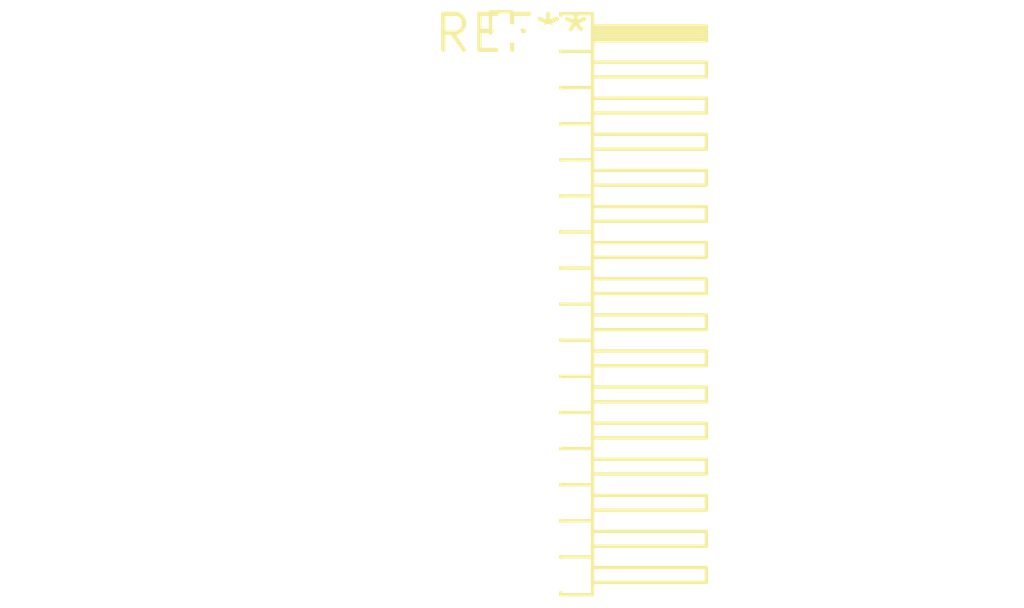
<source format=kicad_pcb>
(kicad_pcb (version 20240108) (generator pcbnew)
  (layers (0 "F.Cu" signal) (31 "B.Cu" signal) (34 "B.Paste" user) (35 "F.Paste" user) (36 "B.SilkS" user "B.Silkscreen") (37 "F.SilkS" user "F.Silkscreen") (38 "B.Mask" user) (39 "F.Mask" user) (44 "Edge.Cuts" user))
  (net 0 "")
  (footprint "PinHeader_2x16_P1.27mm_Horizontal" (layer "F.Cu") (at 0 0)
    (property "Reference" "REF**")
    (property "Value" "PinHeader_2x16_P1.27mm_Horizontal")
    (fp_line (start -0.76 -0.76) (end 0 -0.76) (layer "F.SilkS") (stroke (width 0.12)))
    (fp_line (start -0.76 0) (end -0.76 -0.76) (layer "F.SilkS") (stroke (width 0.12)))
    (fp_line (start 1.71 -0.695) (end 2.83 -0.695) (layer "F.SilkS") (stroke (width 0.12)))
    (fp_line (start 1.71 -0.619677) (end 1.71 -0.695) (layer "F.SilkS") (stroke (width 0.12)))
    (fp_line (start 1.71 0.619677) (end 1.71 0.650323) (layer "F.SilkS") (stroke (width 0.12)))
    (fp_line (start 1.71 0.635) (end 2.83 0.635) (layer "F.SilkS") (stroke (width 0.12)))
    (fp_line (start 1.71 1.889677) (end 1.71 1.920323) (layer "F.SilkS") (stroke (width 0.12)))
    (fp_line (start 1.71 1.905) (end 2.83 1.905) (layer "F.SilkS") (stroke (width 0.12)))
    (fp_line (start 1.71 3.159677) (end 1.71 3.190323) (layer "F.SilkS") (stroke (width 0.12)))
    (fp_line (start 1.71 3.175) (end 2.83 3.175) (layer "F.SilkS") (stroke (width 0.12)))
    (fp_line (start 1.71 4.429677) (end 1.71 4.460323) (layer "F.SilkS") (stroke (width 0.12)))
    (fp_line (start 1.71 4.445) (end 2.83 4.445) (layer "F.SilkS") (stroke (width 0.12)))
    (fp_line (start 1.71 5.699677) (end 1.71 5.730323) (layer "F.SilkS") (stroke (width 0.12)))
    (fp_line (start 1.71 5.715) (end 2.83 5.715) (layer "F.SilkS") (stroke (width 0.12)))
    (fp_line (start 1.71 6.969677) (end 1.71 7.000323) (layer "F.SilkS") (stroke (width 0.12)))
    (fp_line (start 1.71 6.985) (end 2.83 6.985) (layer "F.SilkS") (stroke (width 0.12)))
    (fp_line (start 1.71 8.239677) (end 1.71 8.270323) (layer "F.SilkS") (stroke (width 0.12)))
    (fp_line (start 1.71 8.255) (end 2.83 8.255) (layer "F.SilkS") (stroke (width 0.12)))
    (fp_line (start 1.71 9.509677) (end 1.71 9.540323) (layer "F.SilkS") (stroke (width 0.12)))
    (fp_line (start 1.71 9.525) (end 2.83 9.525) (layer "F.SilkS") (stroke (width 0.12)))
    (fp_line (start 1.71 10.779677) (end 1.71 10.810323) (layer "F.SilkS") (stroke (width 0.12)))
    (fp_line (start 1.71 10.795) (end 2.83 10.795) (layer "F.SilkS") (stroke (width 0.12)))
    (fp_line (start 1.71 12.049677) (end 1.71 12.080323) (layer "F.SilkS") (stroke (width 0.12)))
    (fp_line (start 1.71 12.065) (end 2.83 12.065) (layer "F.SilkS") (stroke (width 0.12)))
    (fp_line (start 1.71 13.319677) (end 1.71 13.350323) (layer "F.SilkS") (stroke (width 0.12)))
    (fp_line (start 1.71 13.335) (end 2.83 13.335) (layer "F.SilkS") (stroke (width 0.12)))
    (fp_line (start 1.71 14.589677) (end 1.71 14.620323) (layer "F.SilkS") (stroke (width 0.12)))
    (fp_line (start 1.71 14.605) (end 2.83 14.605) (layer "F.SilkS") (stroke (width 0.12)))
    (fp_line (start 1.71 15.859677) (end 1.71 15.890323) (layer "F.SilkS") (stroke (width 0.12)))
    (fp_line (start 1.71 15.875) (end 2.83 15.875) (layer "F.SilkS") (stroke (width 0.12)))
    (fp_line (start 1.71 17.129677) (end 1.71 17.160323) (layer "F.SilkS") (stroke (width 0.12)))
    (fp_line (start 1.71 17.145) (end 2.83 17.145) (layer "F.SilkS") (stroke (width 0.12)))
    (fp_line (start 1.71 18.399677) (end 1.71 18.430323) (layer "F.SilkS") (stroke (width 0.12)))
    (fp_line (start 1.71 18.415) (end 2.83 18.415) (layer "F.SilkS") (stroke (width 0.12)))
    (fp_line (start 1.71 19.745) (end 1.71 19.669677) (layer "F.SilkS") (stroke (width 0.12)))
    (fp_line (start 2.83 -0.695) (end 2.83 19.745) (layer "F.SilkS") (stroke (width 0.12)))
    (fp_line (start 2.83 -0.26) (end 6.83 -0.26) (layer "F.SilkS") (stroke (width 0.12)))
    (fp_line (start 2.83 -0.2) (end 6.83 -0.2) (layer "F.SilkS") (stroke (width 0.12)))
    (fp_line (start 2.83 -0.08) (end 6.83 -0.08) (layer "F.SilkS") (stroke (width 0.12)))
    (fp_line (start 2.83 0.04) (end 6.83 0.04) (layer "F.SilkS") (stroke (width 0.12)))
    (fp_line (start 2.83 0.16) (end 6.83 0.16) (layer "F.SilkS") (stroke (width 0.12)))
    (fp_line (start 2.83 1.01) (end 6.83 1.01) (layer "F.SilkS") (stroke (width 0.12)))
    (fp_line (start 2.83 2.28) (end 6.83 2.28) (layer "F.SilkS") (stroke (width 0.12)))
    (fp_line (start 2.83 3.55) (end 6.83 3.55) (layer "F.SilkS") (stroke (width 0.12)))
    (fp_line (start 2.83 4.82) (end 6.83 4.82) (layer "F.SilkS") (stroke (width 0.12)))
    (fp_line (start 2.83 6.09) (end 6.83 6.09) (layer "F.SilkS") (stroke (width 0.12)))
    (fp_line (start 2.83 7.36) (end 6.83 7.36) (layer "F.SilkS") (stroke (width 0.12)))
    (fp_line (start 2.83 8.63) (end 6.83 8.63) (layer "F.SilkS") (stroke (width 0.12)))
    (fp_line (start 2.83 9.9) (end 6.83 9.9) (layer "F.SilkS") (stroke (width 0.12)))
    (fp_line (start 2.83 11.17) (end 6.83 11.17) (layer "F.SilkS") (stroke (width 0.12)))
    (fp_line (start 2.83 12.44) (end 6.83 12.44) (layer "F.SilkS") (stroke (width 0.12)))
    (fp_line (start 2.83 13.71) (end 6.83 13.71) (layer "F.SilkS") (stroke (width 0.12)))
    (fp_line (start 2.83 14.98) (end 6.83 14.98) (layer "F.SilkS") (stroke (width 0.12)))
    (fp_line (start 2.83 16.25) (end 6.83 16.25) (layer "F.SilkS") (stroke (width 0.12)))
    (fp_line (start 2.83 17.52) (end 6.83 17.52) (layer "F.SilkS") (stroke (width 0.12)))
    (fp_line (start 2.83 18.79) (end 6.83 18.79) (layer "F.SilkS") (stroke (width 0.12)))
    (fp_line (start 2.83 19.745) (end 1.71 19.745) (layer "F.SilkS") (stroke (width 0.12)))
    (fp_line (start 6.83 -0.26) (end 6.83 0.26) (layer "F.SilkS") (stroke (width 0.12)))
    (fp_line (start 6.83 0.26) (end 2.83 0.26) (layer "F.SilkS") (stroke (width 0.12)))
    (fp_line (start 6.83 1.01) (end 6.83 1.53) (layer "F.SilkS") (stroke (width 0.12)))
    (fp_line (start 6.83 1.53) (end 2.83 1.53) (layer "F.SilkS") (stroke (width 0.12)))
    (fp_line (start 6.83 2.28) (end 6.83 2.8) (layer "F.SilkS") (stroke (width 0.12)))
    (fp_line (start 6.83 2.8) (end 2.83 2.8) (layer "F.SilkS") (stroke (width 0.12)))
    (fp_line (start 6.83 3.55) (end 6.83 4.07) (layer "F.SilkS") (stroke (width 0.12)))
    (fp_line (start 6.83 4.07) (end 2.83 4.07) (layer "F.SilkS") (stroke (width 0.12)))
    (fp_line (start 6.83 4.82) (end 6.83 5.34) (layer "F.SilkS") (stroke (width 0.12)))
    (fp_line (start 6.83 5.34) (end 2.83 5.34) (layer "F.SilkS") (stroke (width 0.12)))
    (fp_line (start 6.83 6.09) (end 6.83 6.61) (layer "F.SilkS") (stroke (width 0.12)))
    (fp_line (start 6.83 6.61) (end 2.83 6.61) (layer "F.SilkS") (stroke (width 0.12)))
    (fp_line (start 6.83 7.36) (end 6.83 7.88) (layer "F.SilkS") (stroke (width 0.12)))
    (fp_line (start 6.83 7.88) (end 2.83 7.88) (layer "F.SilkS") (stroke (width 0.12)))
    (fp_line (start 6.83 8.63) (end 6.83 9.15) (layer "F.SilkS") (stroke (width 0.12)))
    (fp_line (start 6.83 9.15) (end 2.83 9.15) (layer "F.SilkS") (stroke (width 0.12)))
    (fp_line (start 6.83 9.9) (end 6.83 10.42) (layer "F.SilkS") (stroke (width 0.12)))
    (fp_line (start 6.83 10.42) (end 2.83 10.42) (layer "F.SilkS") (stroke (width 0.12)))
    (fp_line (start 6.83 11.17) (end 6.83 11.69) (layer "F.SilkS") (stroke (width 0.12)))
    (fp_line (start 6.83 11.69) (end 2.83 11.69) (layer "F.SilkS") (stroke (width 0.12)))
    (fp_line (start 6.83 12.44) (end 6.83 12.96) (layer "F.SilkS") (stroke (width 0.12)))
    (fp_line (start 6.83 12.96) (end 2.83 12.96) (layer "F.SilkS") (stroke (width 0.12)))
    (fp_line (start 6.83 13.71) (end 6.83 14.23) (layer "F.SilkS") (stroke (width 0.12)))
    (fp_line (start 6.83 14.23) (end 2.83 14.23) (layer "F.SilkS") (stroke (width 0.12)))
    (fp_line (start 6.83 14.98) (end 6.83 15.5) (layer "F.SilkS") (stroke (width 0.12)))
    (fp_line (start 6.83 15.5) (end 2.83 15.5) (layer "F.SilkS") (stroke (width 0.12)))
    (fp_line (start 6.83 16.25) (end 6.83 16.77) (layer "F.SilkS") (stroke (width 0.12)))
    (fp_line (start 6.83 16.77) (end 2.83 16.77) (layer "F.SilkS") (stroke (width 0.12)))
    (fp_line (start 6.83 17.52) (end 6.83 18.04) (layer "F.SilkS") (stroke (width 0.12)))
    (fp_line (start 6.83 18.04) (end 2.83 18.04) (layer "F.SilkS") (stroke (width 0.12)))
    (fp_line (start 6.83 18.79) (end 6.83 19.31) (layer "F.SilkS") (stroke (width 0.12)))
    (fp_line (start 6.83 19.31) (end 2.83 19.31) (layer "F.SilkS") (stroke (width 0.12)))
    (pad "1" thru_hole rect (at 0 0) (size 1 1) (drill 0.65) (layers *.Cu *.Mask) (remove_unused_layers))
    (pad "2" thru_hole oval (at 1.27 0) (size 1 1) (drill 0.65) (layers *.Cu *.Mask) (remove_unused_layers))
    (pad "3" thru_hole oval (at 0 1.27) (size 1 1) (drill 0.65) (layers *.Cu *.Mask) (remove_unused_layers))
    (pad "4" thru_hole oval (at 1.27 1.27) (size 1 1) (drill 0.65) (layers *.Cu *.Mask) (remove_unused_layers))
    (pad "5" thru_hole oval (at 0 2.54) (size 1 1) (drill 0.65) (layers *.Cu *.Mask) (remove_unused_layers))
    (pad "6" thru_hole oval (at 1.27 2.54) (size 1 1) (drill 0.65) (layers *.Cu *.Mask) (remove_unused_layers))
    (pad "7" thru_hole oval (at 0 3.81) (size 1 1) (drill 0.65) (layers *.Cu *.Mask) (remove_unused_layers))
    (pad "8" thru_hole oval (at 1.27 3.81) (size 1 1) (drill 0.65) (layers *.Cu *.Mask) (remove_unused_layers))
    (pad "9" thru_hole oval (at 0 5.08) (size 1 1) (drill 0.65) (layers *.Cu *.Mask) (remove_unused_layers))
    (pad "10" thru_hole oval (at 1.27 5.08) (size 1 1) (drill 0.65) (layers *.Cu *.Mask) (remove_unused_layers))
    (pad "11" thru_hole oval (at 0 6.35) (size 1 1) (drill 0.65) (layers *.Cu *.Mask) (remove_unused_layers))
    (pad "12" thru_hole oval (at 1.27 6.35) (size 1 1) (drill 0.65) (layers *.Cu *.Mask) (remove_unused_layers))
    (pad "13" thru_hole oval (at 0 7.62) (size 1 1) (drill 0.65) (layers *.Cu *.Mask) (remove_unused_layers))
    (pad "14" thru_hole oval (at 1.27 7.62) (size 1 1) (drill 0.65) (layers *.Cu *.Mask) (remove_unused_layers))
    (pad "15" thru_hole oval (at 0 8.89) (size 1 1) (drill 0.65) (layers *.Cu *.Mask) (remove_unused_layers))
    (pad "16" thru_hole oval (at 1.27 8.89) (size 1 1) (drill 0.65) (layers *.Cu *.Mask) (remove_unused_layers))
    (pad "17" thru_hole oval (at 0 10.16) (size 1 1) (drill 0.65) (layers *.Cu *.Mask) (remove_unused_layers))
    (pad "18" thru_hole oval (at 1.27 10.16) (size 1 1) (drill 0.65) (layers *.Cu *.Mask) (remove_unused_layers))
    (pad "19" thru_hole oval (at 0 11.43) (size 1 1) (drill 0.65) (layers *.Cu *.Mask) (remove_unused_layers))
    (pad "20" thru_hole oval (at 1.27 11.43) (size 1 1) (drill 0.65) (layers *.Cu *.Mask) (remove_unused_layers))
    (pad "21" thru_hole oval (at 0 12.7) (size 1 1) (drill 0.65) (layers *.Cu *.Mask) (remove_unused_layers))
    (pad "22" thru_hole oval (at 1.27 12.7) (size 1 1) (drill 0.65) (layers *.Cu *.Mask) (remove_unused_layers))
    (pad "23" thru_hole oval (at 0 13.97) (size 1 1) (drill 0.65) (layers *.Cu *.Mask) (remove_unused_layers))
    (pad "24" thru_hole oval (at 1.27 13.97) (size 1 1) (drill 0.65) (layers *.Cu *.Mask) (remove_unused_layers))
    (pad "25" thru_hole oval (at 0 15.24) (size 1 1) (drill 0.65) (layers *.Cu *.Mask) (remove_unused_layers))
    (pad "26" thru_hole oval (at 1.27 15.24) (size 1 1) (drill 0.65) (layers *.Cu *.Mask) (remove_unused_layers))
    (pad "27" thru_hole oval (at 0 16.51) (size 1 1) (drill 0.65) (layers *.Cu *.Mask) (remove_unused_layers))
    (pad "28" thru_hole oval (at 1.27 16.51) (size 1 1) (drill 0.65) (layers *.Cu *.Mask) (remove_unused_layers))
    (pad "29" thru_hole oval (at 0 17.78) (size 1 1) (drill 0.65) (layers *.Cu *.Mask) (remove_unused_layers))
    (pad "30" thru_hole oval (at 1.27 17.78) (size 1 1) (drill 0.65) (layers *.Cu *.Mask) (remove_unused_layers))
    (pad "31" thru_hole oval (at 0 19.05) (size 1 1) (drill 0.65) (layers *.Cu *.Mask) (remove_unused_layers))
    (pad "32" thru_hole oval (at 1.27 19.05) (size 1 1) (drill 0.65) (layers *.Cu *.Mask) (remove_unused_layers))
  )
)
</source>
